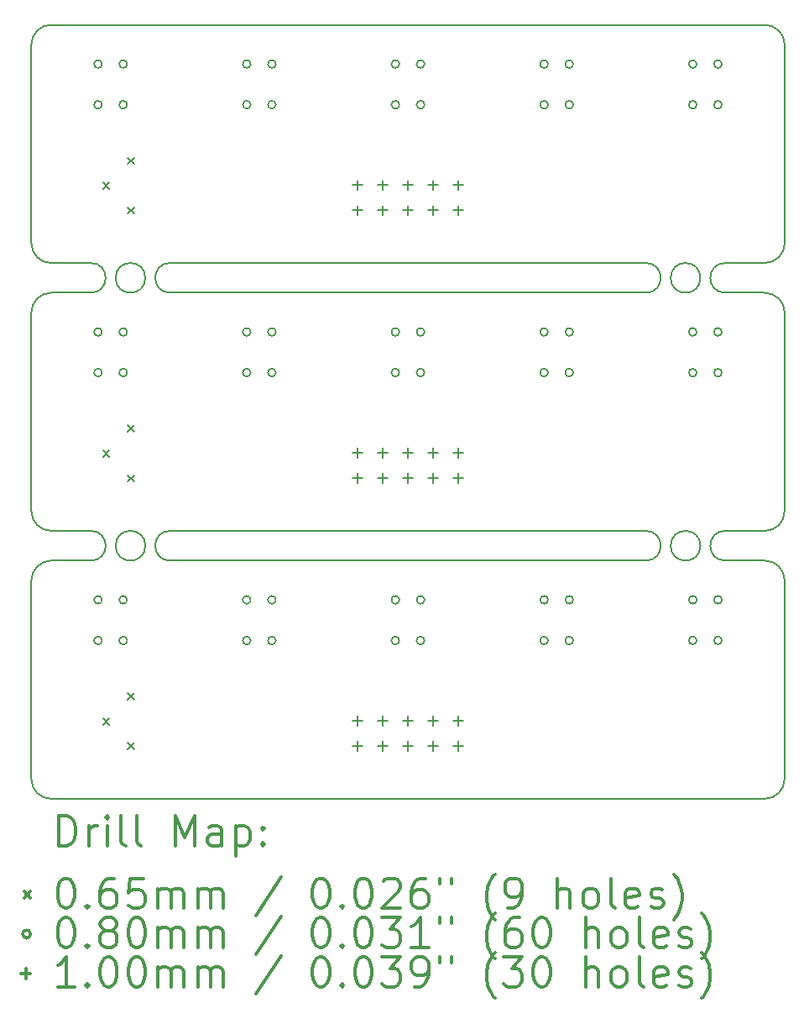
<source format=gbr>
%FSLAX45Y45*%
G04 Gerber Fmt 4.5, Leading zero omitted, Abs format (unit mm)*
G04 Created by KiCad (PCBNEW (5.0.2)-1) date 2019/08/20 1:56:54*
%MOMM*%
%LPD*%
G01*
G04 APERTURE LIST*
%ADD10C,0.150000*%
%ADD11C,0.200000*%
%ADD12C,0.300000*%
G04 APERTURE END LIST*
D10*
X12400000Y-11100000D02*
X17200000Y-11100000D01*
X12400000Y-11400000D02*
X17200000Y-11400000D01*
X18000000Y-11400000D02*
X18400000Y-11400000D01*
X18000000Y-11100000D02*
X18400000Y-11100000D01*
X17200000Y-11100000D02*
G75*
G02X17200000Y-11400000I0J-150000D01*
G01*
X18000000Y-11400000D02*
G75*
G02X18000000Y-11100000I0J150000D01*
G01*
X17750000Y-11250000D02*
G75*
G03X17750000Y-11250000I-150000J0D01*
G01*
X12400000Y-11400000D02*
G75*
G02X12400000Y-11100000I0J150000D01*
G01*
X12150000Y-11250000D02*
G75*
G03X12150000Y-11250000I-150000J0D01*
G01*
X11600000Y-11100000D02*
G75*
G02X11600000Y-11400000I0J-150000D01*
G01*
X12400000Y-8700000D02*
X17200000Y-8700000D01*
X12400000Y-8400000D02*
X17200000Y-8400000D01*
X12400000Y-8700000D02*
G75*
G02X12400000Y-8400000I0J150000D01*
G01*
X11600000Y-8400000D02*
G75*
G02X11600000Y-8700000I0J-150000D01*
G01*
X12150000Y-8550000D02*
G75*
G03X12150000Y-8550000I-150000J0D01*
G01*
X18000000Y-8700000D02*
X18400000Y-8700000D01*
X18000000Y-8400000D02*
X18400000Y-8400000D01*
X17200000Y-8400000D02*
G75*
G02X17200000Y-8700000I0J-150000D01*
G01*
X17750000Y-8550000D02*
G75*
G03X17750000Y-8550000I-150000J0D01*
G01*
X18000000Y-8700000D02*
G75*
G02X18000000Y-8400000I0J150000D01*
G01*
X11000000Y-11600000D02*
X11000000Y-13600000D01*
X11000000Y-8900000D02*
X11000000Y-10900000D01*
X18600000Y-11600000D02*
X18600000Y-13600000D01*
X18600000Y-8900000D02*
X18600000Y-10900000D01*
X11200000Y-11400000D02*
X11600000Y-11400000D01*
X11200000Y-8700000D02*
X11600000Y-8700000D01*
X11200000Y-13800000D02*
X18400000Y-13800000D01*
X11200000Y-11100000D02*
X11600000Y-11100000D01*
X18400000Y-11400000D02*
G75*
G02X18600000Y-11600000I0J-200000D01*
G01*
X18400000Y-8700000D02*
G75*
G02X18600000Y-8900000I0J-200000D01*
G01*
X11000000Y-11600000D02*
G75*
G02X11200000Y-11400000I200000J0D01*
G01*
X11000000Y-8900000D02*
G75*
G02X11200000Y-8700000I200000J0D01*
G01*
X11200000Y-13800000D02*
G75*
G02X11000000Y-13600000I0J200000D01*
G01*
X11200000Y-11100000D02*
G75*
G02X11000000Y-10900000I0J200000D01*
G01*
X18600000Y-13600000D02*
G75*
G02X18400000Y-13800000I-200000J0D01*
G01*
X18600000Y-10900000D02*
G75*
G02X18400000Y-11100000I-200000J0D01*
G01*
X18600000Y-8200000D02*
G75*
G02X18400000Y-8400000I-200000J0D01*
G01*
X11200000Y-8400000D02*
G75*
G02X11000000Y-8200000I0J200000D01*
G01*
X11000000Y-6200000D02*
G75*
G02X11200000Y-6000000I200000J0D01*
G01*
X18400000Y-6000000D02*
G75*
G02X18600000Y-6200000I0J-200000D01*
G01*
X18600000Y-6200000D02*
X18600000Y-8200000D01*
X11000000Y-6200000D02*
X11000000Y-8200000D01*
X11200000Y-6000000D02*
X18400000Y-6000000D01*
X11200000Y-8400000D02*
X11600000Y-8400000D01*
D11*
X11723500Y-7587500D02*
X11788500Y-7652500D01*
X11788500Y-7587500D02*
X11723500Y-7652500D01*
X11973500Y-7337500D02*
X12038500Y-7402500D01*
X12038500Y-7337500D02*
X11973500Y-7402500D01*
X11973500Y-7837500D02*
X12038500Y-7902500D01*
X12038500Y-7837500D02*
X11973500Y-7902500D01*
X11723500Y-12987500D02*
X11788500Y-13052500D01*
X11788500Y-12987500D02*
X11723500Y-13052500D01*
X11973500Y-12737500D02*
X12038500Y-12802500D01*
X12038500Y-12737500D02*
X11973500Y-12802500D01*
X11973500Y-13237500D02*
X12038500Y-13302500D01*
X12038500Y-13237500D02*
X11973500Y-13302500D01*
X11723500Y-10287500D02*
X11788500Y-10352500D01*
X11788500Y-10287500D02*
X11723500Y-10352500D01*
X11973500Y-10037500D02*
X12038500Y-10102500D01*
X12038500Y-10037500D02*
X11973500Y-10102500D01*
X11973500Y-10537500D02*
X12038500Y-10602500D01*
X12038500Y-10537500D02*
X11973500Y-10602500D01*
X13213000Y-6395000D02*
G75*
G03X13213000Y-6395000I-40000J0D01*
G01*
X13213000Y-6805000D02*
G75*
G03X13213000Y-6805000I-40000J0D01*
G01*
X13467000Y-6395000D02*
G75*
G03X13467000Y-6395000I-40000J0D01*
G01*
X13467000Y-6805000D02*
G75*
G03X13467000Y-6805000I-40000J0D01*
G01*
X17713000Y-9095000D02*
G75*
G03X17713000Y-9095000I-40000J0D01*
G01*
X17713000Y-9505000D02*
G75*
G03X17713000Y-9505000I-40000J0D01*
G01*
X17967000Y-9095000D02*
G75*
G03X17967000Y-9095000I-40000J0D01*
G01*
X17967000Y-9505000D02*
G75*
G03X17967000Y-9505000I-40000J0D01*
G01*
X11713000Y-9095000D02*
G75*
G03X11713000Y-9095000I-40000J0D01*
G01*
X11713000Y-9505000D02*
G75*
G03X11713000Y-9505000I-40000J0D01*
G01*
X11967000Y-9095000D02*
G75*
G03X11967000Y-9095000I-40000J0D01*
G01*
X11967000Y-9505000D02*
G75*
G03X11967000Y-9505000I-40000J0D01*
G01*
X14713000Y-9095000D02*
G75*
G03X14713000Y-9095000I-40000J0D01*
G01*
X14713000Y-9505000D02*
G75*
G03X14713000Y-9505000I-40000J0D01*
G01*
X14967000Y-9095000D02*
G75*
G03X14967000Y-9095000I-40000J0D01*
G01*
X14967000Y-9505000D02*
G75*
G03X14967000Y-9505000I-40000J0D01*
G01*
X13213000Y-9095000D02*
G75*
G03X13213000Y-9095000I-40000J0D01*
G01*
X13213000Y-9505000D02*
G75*
G03X13213000Y-9505000I-40000J0D01*
G01*
X13467000Y-9095000D02*
G75*
G03X13467000Y-9095000I-40000J0D01*
G01*
X13467000Y-9505000D02*
G75*
G03X13467000Y-9505000I-40000J0D01*
G01*
X11713000Y-6395000D02*
G75*
G03X11713000Y-6395000I-40000J0D01*
G01*
X11713000Y-6805000D02*
G75*
G03X11713000Y-6805000I-40000J0D01*
G01*
X11967000Y-6395000D02*
G75*
G03X11967000Y-6395000I-40000J0D01*
G01*
X11967000Y-6805000D02*
G75*
G03X11967000Y-6805000I-40000J0D01*
G01*
X14713000Y-11795000D02*
G75*
G03X14713000Y-11795000I-40000J0D01*
G01*
X14713000Y-12205000D02*
G75*
G03X14713000Y-12205000I-40000J0D01*
G01*
X14967000Y-11795000D02*
G75*
G03X14967000Y-11795000I-40000J0D01*
G01*
X14967000Y-12205000D02*
G75*
G03X14967000Y-12205000I-40000J0D01*
G01*
X11713000Y-11795000D02*
G75*
G03X11713000Y-11795000I-40000J0D01*
G01*
X11713000Y-12205000D02*
G75*
G03X11713000Y-12205000I-40000J0D01*
G01*
X11967000Y-11795000D02*
G75*
G03X11967000Y-11795000I-40000J0D01*
G01*
X11967000Y-12205000D02*
G75*
G03X11967000Y-12205000I-40000J0D01*
G01*
X16213000Y-11795000D02*
G75*
G03X16213000Y-11795000I-40000J0D01*
G01*
X16213000Y-12205000D02*
G75*
G03X16213000Y-12205000I-40000J0D01*
G01*
X16467000Y-11795000D02*
G75*
G03X16467000Y-11795000I-40000J0D01*
G01*
X16467000Y-12205000D02*
G75*
G03X16467000Y-12205000I-40000J0D01*
G01*
X17713000Y-11795000D02*
G75*
G03X17713000Y-11795000I-40000J0D01*
G01*
X17713000Y-12205000D02*
G75*
G03X17713000Y-12205000I-40000J0D01*
G01*
X17967000Y-11795000D02*
G75*
G03X17967000Y-11795000I-40000J0D01*
G01*
X17967000Y-12205000D02*
G75*
G03X17967000Y-12205000I-40000J0D01*
G01*
X14713000Y-6395000D02*
G75*
G03X14713000Y-6395000I-40000J0D01*
G01*
X14713000Y-6805000D02*
G75*
G03X14713000Y-6805000I-40000J0D01*
G01*
X14967000Y-6395000D02*
G75*
G03X14967000Y-6395000I-40000J0D01*
G01*
X14967000Y-6805000D02*
G75*
G03X14967000Y-6805000I-40000J0D01*
G01*
X16213000Y-9095000D02*
G75*
G03X16213000Y-9095000I-40000J0D01*
G01*
X16213000Y-9505000D02*
G75*
G03X16213000Y-9505000I-40000J0D01*
G01*
X16467000Y-9095000D02*
G75*
G03X16467000Y-9095000I-40000J0D01*
G01*
X16467000Y-9505000D02*
G75*
G03X16467000Y-9505000I-40000J0D01*
G01*
X16213000Y-6395000D02*
G75*
G03X16213000Y-6395000I-40000J0D01*
G01*
X16213000Y-6805000D02*
G75*
G03X16213000Y-6805000I-40000J0D01*
G01*
X16467000Y-6395000D02*
G75*
G03X16467000Y-6395000I-40000J0D01*
G01*
X16467000Y-6805000D02*
G75*
G03X16467000Y-6805000I-40000J0D01*
G01*
X17713000Y-6395000D02*
G75*
G03X17713000Y-6395000I-40000J0D01*
G01*
X17713000Y-6805000D02*
G75*
G03X17713000Y-6805000I-40000J0D01*
G01*
X17967000Y-6395000D02*
G75*
G03X17967000Y-6395000I-40000J0D01*
G01*
X17967000Y-6805000D02*
G75*
G03X17967000Y-6805000I-40000J0D01*
G01*
X13213000Y-11795000D02*
G75*
G03X13213000Y-11795000I-40000J0D01*
G01*
X13213000Y-12205000D02*
G75*
G03X13213000Y-12205000I-40000J0D01*
G01*
X13467000Y-11795000D02*
G75*
G03X13467000Y-11795000I-40000J0D01*
G01*
X13467000Y-12205000D02*
G75*
G03X13467000Y-12205000I-40000J0D01*
G01*
X14292000Y-12966000D02*
X14292000Y-13066000D01*
X14242000Y-13016000D02*
X14342000Y-13016000D01*
X14292000Y-13220000D02*
X14292000Y-13320000D01*
X14242000Y-13270000D02*
X14342000Y-13270000D01*
X14546000Y-12966000D02*
X14546000Y-13066000D01*
X14496000Y-13016000D02*
X14596000Y-13016000D01*
X14546000Y-13220000D02*
X14546000Y-13320000D01*
X14496000Y-13270000D02*
X14596000Y-13270000D01*
X14800000Y-12966000D02*
X14800000Y-13066000D01*
X14750000Y-13016000D02*
X14850000Y-13016000D01*
X14800000Y-13220000D02*
X14800000Y-13320000D01*
X14750000Y-13270000D02*
X14850000Y-13270000D01*
X15054000Y-12966000D02*
X15054000Y-13066000D01*
X15004000Y-13016000D02*
X15104000Y-13016000D01*
X15054000Y-13220000D02*
X15054000Y-13320000D01*
X15004000Y-13270000D02*
X15104000Y-13270000D01*
X15308000Y-12966000D02*
X15308000Y-13066000D01*
X15258000Y-13016000D02*
X15358000Y-13016000D01*
X15308000Y-13220000D02*
X15308000Y-13320000D01*
X15258000Y-13270000D02*
X15358000Y-13270000D01*
X14292000Y-10266000D02*
X14292000Y-10366000D01*
X14242000Y-10316000D02*
X14342000Y-10316000D01*
X14292000Y-10520000D02*
X14292000Y-10620000D01*
X14242000Y-10570000D02*
X14342000Y-10570000D01*
X14546000Y-10266000D02*
X14546000Y-10366000D01*
X14496000Y-10316000D02*
X14596000Y-10316000D01*
X14546000Y-10520000D02*
X14546000Y-10620000D01*
X14496000Y-10570000D02*
X14596000Y-10570000D01*
X14800000Y-10266000D02*
X14800000Y-10366000D01*
X14750000Y-10316000D02*
X14850000Y-10316000D01*
X14800000Y-10520000D02*
X14800000Y-10620000D01*
X14750000Y-10570000D02*
X14850000Y-10570000D01*
X15054000Y-10266000D02*
X15054000Y-10366000D01*
X15004000Y-10316000D02*
X15104000Y-10316000D01*
X15054000Y-10520000D02*
X15054000Y-10620000D01*
X15004000Y-10570000D02*
X15104000Y-10570000D01*
X15308000Y-10266000D02*
X15308000Y-10366000D01*
X15258000Y-10316000D02*
X15358000Y-10316000D01*
X15308000Y-10520000D02*
X15308000Y-10620000D01*
X15258000Y-10570000D02*
X15358000Y-10570000D01*
X14292000Y-7566000D02*
X14292000Y-7666000D01*
X14242000Y-7616000D02*
X14342000Y-7616000D01*
X14292000Y-7820000D02*
X14292000Y-7920000D01*
X14242000Y-7870000D02*
X14342000Y-7870000D01*
X14546000Y-7566000D02*
X14546000Y-7666000D01*
X14496000Y-7616000D02*
X14596000Y-7616000D01*
X14546000Y-7820000D02*
X14546000Y-7920000D01*
X14496000Y-7870000D02*
X14596000Y-7870000D01*
X14800000Y-7566000D02*
X14800000Y-7666000D01*
X14750000Y-7616000D02*
X14850000Y-7616000D01*
X14800000Y-7820000D02*
X14800000Y-7920000D01*
X14750000Y-7870000D02*
X14850000Y-7870000D01*
X15054000Y-7566000D02*
X15054000Y-7666000D01*
X15004000Y-7616000D02*
X15104000Y-7616000D01*
X15054000Y-7820000D02*
X15054000Y-7920000D01*
X15004000Y-7870000D02*
X15104000Y-7870000D01*
X15308000Y-7566000D02*
X15308000Y-7666000D01*
X15258000Y-7616000D02*
X15358000Y-7616000D01*
X15308000Y-7820000D02*
X15308000Y-7920000D01*
X15258000Y-7870000D02*
X15358000Y-7870000D01*
D12*
X11278928Y-14273214D02*
X11278928Y-13973214D01*
X11350357Y-13973214D01*
X11393214Y-13987500D01*
X11421786Y-14016071D01*
X11436071Y-14044643D01*
X11450357Y-14101786D01*
X11450357Y-14144643D01*
X11436071Y-14201786D01*
X11421786Y-14230357D01*
X11393214Y-14258929D01*
X11350357Y-14273214D01*
X11278928Y-14273214D01*
X11578928Y-14273214D02*
X11578928Y-14073214D01*
X11578928Y-14130357D02*
X11593214Y-14101786D01*
X11607500Y-14087500D01*
X11636071Y-14073214D01*
X11664643Y-14073214D01*
X11764643Y-14273214D02*
X11764643Y-14073214D01*
X11764643Y-13973214D02*
X11750357Y-13987500D01*
X11764643Y-14001786D01*
X11778928Y-13987500D01*
X11764643Y-13973214D01*
X11764643Y-14001786D01*
X11950357Y-14273214D02*
X11921786Y-14258929D01*
X11907500Y-14230357D01*
X11907500Y-13973214D01*
X12107500Y-14273214D02*
X12078928Y-14258929D01*
X12064643Y-14230357D01*
X12064643Y-13973214D01*
X12450357Y-14273214D02*
X12450357Y-13973214D01*
X12550357Y-14187500D01*
X12650357Y-13973214D01*
X12650357Y-14273214D01*
X12921786Y-14273214D02*
X12921786Y-14116071D01*
X12907500Y-14087500D01*
X12878928Y-14073214D01*
X12821786Y-14073214D01*
X12793214Y-14087500D01*
X12921786Y-14258929D02*
X12893214Y-14273214D01*
X12821786Y-14273214D01*
X12793214Y-14258929D01*
X12778928Y-14230357D01*
X12778928Y-14201786D01*
X12793214Y-14173214D01*
X12821786Y-14158929D01*
X12893214Y-14158929D01*
X12921786Y-14144643D01*
X13064643Y-14073214D02*
X13064643Y-14373214D01*
X13064643Y-14087500D02*
X13093214Y-14073214D01*
X13150357Y-14073214D01*
X13178928Y-14087500D01*
X13193214Y-14101786D01*
X13207500Y-14130357D01*
X13207500Y-14216071D01*
X13193214Y-14244643D01*
X13178928Y-14258929D01*
X13150357Y-14273214D01*
X13093214Y-14273214D01*
X13064643Y-14258929D01*
X13336071Y-14244643D02*
X13350357Y-14258929D01*
X13336071Y-14273214D01*
X13321786Y-14258929D01*
X13336071Y-14244643D01*
X13336071Y-14273214D01*
X13336071Y-14087500D02*
X13350357Y-14101786D01*
X13336071Y-14116071D01*
X13321786Y-14101786D01*
X13336071Y-14087500D01*
X13336071Y-14116071D01*
X10927500Y-14735000D02*
X10992500Y-14800000D01*
X10992500Y-14735000D02*
X10927500Y-14800000D01*
X11336071Y-14603214D02*
X11364643Y-14603214D01*
X11393214Y-14617500D01*
X11407500Y-14631786D01*
X11421786Y-14660357D01*
X11436071Y-14717500D01*
X11436071Y-14788929D01*
X11421786Y-14846071D01*
X11407500Y-14874643D01*
X11393214Y-14888929D01*
X11364643Y-14903214D01*
X11336071Y-14903214D01*
X11307500Y-14888929D01*
X11293214Y-14874643D01*
X11278928Y-14846071D01*
X11264643Y-14788929D01*
X11264643Y-14717500D01*
X11278928Y-14660357D01*
X11293214Y-14631786D01*
X11307500Y-14617500D01*
X11336071Y-14603214D01*
X11564643Y-14874643D02*
X11578928Y-14888929D01*
X11564643Y-14903214D01*
X11550357Y-14888929D01*
X11564643Y-14874643D01*
X11564643Y-14903214D01*
X11836071Y-14603214D02*
X11778928Y-14603214D01*
X11750357Y-14617500D01*
X11736071Y-14631786D01*
X11707500Y-14674643D01*
X11693214Y-14731786D01*
X11693214Y-14846071D01*
X11707500Y-14874643D01*
X11721786Y-14888929D01*
X11750357Y-14903214D01*
X11807500Y-14903214D01*
X11836071Y-14888929D01*
X11850357Y-14874643D01*
X11864643Y-14846071D01*
X11864643Y-14774643D01*
X11850357Y-14746071D01*
X11836071Y-14731786D01*
X11807500Y-14717500D01*
X11750357Y-14717500D01*
X11721786Y-14731786D01*
X11707500Y-14746071D01*
X11693214Y-14774643D01*
X12136071Y-14603214D02*
X11993214Y-14603214D01*
X11978928Y-14746071D01*
X11993214Y-14731786D01*
X12021786Y-14717500D01*
X12093214Y-14717500D01*
X12121786Y-14731786D01*
X12136071Y-14746071D01*
X12150357Y-14774643D01*
X12150357Y-14846071D01*
X12136071Y-14874643D01*
X12121786Y-14888929D01*
X12093214Y-14903214D01*
X12021786Y-14903214D01*
X11993214Y-14888929D01*
X11978928Y-14874643D01*
X12278928Y-14903214D02*
X12278928Y-14703214D01*
X12278928Y-14731786D02*
X12293214Y-14717500D01*
X12321786Y-14703214D01*
X12364643Y-14703214D01*
X12393214Y-14717500D01*
X12407500Y-14746071D01*
X12407500Y-14903214D01*
X12407500Y-14746071D02*
X12421786Y-14717500D01*
X12450357Y-14703214D01*
X12493214Y-14703214D01*
X12521786Y-14717500D01*
X12536071Y-14746071D01*
X12536071Y-14903214D01*
X12678928Y-14903214D02*
X12678928Y-14703214D01*
X12678928Y-14731786D02*
X12693214Y-14717500D01*
X12721786Y-14703214D01*
X12764643Y-14703214D01*
X12793214Y-14717500D01*
X12807500Y-14746071D01*
X12807500Y-14903214D01*
X12807500Y-14746071D02*
X12821786Y-14717500D01*
X12850357Y-14703214D01*
X12893214Y-14703214D01*
X12921786Y-14717500D01*
X12936071Y-14746071D01*
X12936071Y-14903214D01*
X13521786Y-14588929D02*
X13264643Y-14974643D01*
X13907500Y-14603214D02*
X13936071Y-14603214D01*
X13964643Y-14617500D01*
X13978928Y-14631786D01*
X13993214Y-14660357D01*
X14007500Y-14717500D01*
X14007500Y-14788929D01*
X13993214Y-14846071D01*
X13978928Y-14874643D01*
X13964643Y-14888929D01*
X13936071Y-14903214D01*
X13907500Y-14903214D01*
X13878928Y-14888929D01*
X13864643Y-14874643D01*
X13850357Y-14846071D01*
X13836071Y-14788929D01*
X13836071Y-14717500D01*
X13850357Y-14660357D01*
X13864643Y-14631786D01*
X13878928Y-14617500D01*
X13907500Y-14603214D01*
X14136071Y-14874643D02*
X14150357Y-14888929D01*
X14136071Y-14903214D01*
X14121786Y-14888929D01*
X14136071Y-14874643D01*
X14136071Y-14903214D01*
X14336071Y-14603214D02*
X14364643Y-14603214D01*
X14393214Y-14617500D01*
X14407500Y-14631786D01*
X14421786Y-14660357D01*
X14436071Y-14717500D01*
X14436071Y-14788929D01*
X14421786Y-14846071D01*
X14407500Y-14874643D01*
X14393214Y-14888929D01*
X14364643Y-14903214D01*
X14336071Y-14903214D01*
X14307500Y-14888929D01*
X14293214Y-14874643D01*
X14278928Y-14846071D01*
X14264643Y-14788929D01*
X14264643Y-14717500D01*
X14278928Y-14660357D01*
X14293214Y-14631786D01*
X14307500Y-14617500D01*
X14336071Y-14603214D01*
X14550357Y-14631786D02*
X14564643Y-14617500D01*
X14593214Y-14603214D01*
X14664643Y-14603214D01*
X14693214Y-14617500D01*
X14707500Y-14631786D01*
X14721786Y-14660357D01*
X14721786Y-14688929D01*
X14707500Y-14731786D01*
X14536071Y-14903214D01*
X14721786Y-14903214D01*
X14978928Y-14603214D02*
X14921786Y-14603214D01*
X14893214Y-14617500D01*
X14878928Y-14631786D01*
X14850357Y-14674643D01*
X14836071Y-14731786D01*
X14836071Y-14846071D01*
X14850357Y-14874643D01*
X14864643Y-14888929D01*
X14893214Y-14903214D01*
X14950357Y-14903214D01*
X14978928Y-14888929D01*
X14993214Y-14874643D01*
X15007500Y-14846071D01*
X15007500Y-14774643D01*
X14993214Y-14746071D01*
X14978928Y-14731786D01*
X14950357Y-14717500D01*
X14893214Y-14717500D01*
X14864643Y-14731786D01*
X14850357Y-14746071D01*
X14836071Y-14774643D01*
X15121786Y-14603214D02*
X15121786Y-14660357D01*
X15236071Y-14603214D02*
X15236071Y-14660357D01*
X15678928Y-15017500D02*
X15664643Y-15003214D01*
X15636071Y-14960357D01*
X15621786Y-14931786D01*
X15607500Y-14888929D01*
X15593214Y-14817500D01*
X15593214Y-14760357D01*
X15607500Y-14688929D01*
X15621786Y-14646071D01*
X15636071Y-14617500D01*
X15664643Y-14574643D01*
X15678928Y-14560357D01*
X15807500Y-14903214D02*
X15864643Y-14903214D01*
X15893214Y-14888929D01*
X15907500Y-14874643D01*
X15936071Y-14831786D01*
X15950357Y-14774643D01*
X15950357Y-14660357D01*
X15936071Y-14631786D01*
X15921786Y-14617500D01*
X15893214Y-14603214D01*
X15836071Y-14603214D01*
X15807500Y-14617500D01*
X15793214Y-14631786D01*
X15778928Y-14660357D01*
X15778928Y-14731786D01*
X15793214Y-14760357D01*
X15807500Y-14774643D01*
X15836071Y-14788929D01*
X15893214Y-14788929D01*
X15921786Y-14774643D01*
X15936071Y-14760357D01*
X15950357Y-14731786D01*
X16307500Y-14903214D02*
X16307500Y-14603214D01*
X16436071Y-14903214D02*
X16436071Y-14746071D01*
X16421786Y-14717500D01*
X16393214Y-14703214D01*
X16350357Y-14703214D01*
X16321786Y-14717500D01*
X16307500Y-14731786D01*
X16621786Y-14903214D02*
X16593214Y-14888929D01*
X16578928Y-14874643D01*
X16564643Y-14846071D01*
X16564643Y-14760357D01*
X16578928Y-14731786D01*
X16593214Y-14717500D01*
X16621786Y-14703214D01*
X16664643Y-14703214D01*
X16693214Y-14717500D01*
X16707500Y-14731786D01*
X16721786Y-14760357D01*
X16721786Y-14846071D01*
X16707500Y-14874643D01*
X16693214Y-14888929D01*
X16664643Y-14903214D01*
X16621786Y-14903214D01*
X16893214Y-14903214D02*
X16864643Y-14888929D01*
X16850357Y-14860357D01*
X16850357Y-14603214D01*
X17121786Y-14888929D02*
X17093214Y-14903214D01*
X17036071Y-14903214D01*
X17007500Y-14888929D01*
X16993214Y-14860357D01*
X16993214Y-14746071D01*
X17007500Y-14717500D01*
X17036071Y-14703214D01*
X17093214Y-14703214D01*
X17121786Y-14717500D01*
X17136071Y-14746071D01*
X17136071Y-14774643D01*
X16993214Y-14803214D01*
X17250357Y-14888929D02*
X17278928Y-14903214D01*
X17336071Y-14903214D01*
X17364643Y-14888929D01*
X17378928Y-14860357D01*
X17378928Y-14846071D01*
X17364643Y-14817500D01*
X17336071Y-14803214D01*
X17293214Y-14803214D01*
X17264643Y-14788929D01*
X17250357Y-14760357D01*
X17250357Y-14746071D01*
X17264643Y-14717500D01*
X17293214Y-14703214D01*
X17336071Y-14703214D01*
X17364643Y-14717500D01*
X17478928Y-15017500D02*
X17493214Y-15003214D01*
X17521786Y-14960357D01*
X17536071Y-14931786D01*
X17550357Y-14888929D01*
X17564643Y-14817500D01*
X17564643Y-14760357D01*
X17550357Y-14688929D01*
X17536071Y-14646071D01*
X17521786Y-14617500D01*
X17493214Y-14574643D01*
X17478928Y-14560357D01*
X10992500Y-15163500D02*
G75*
G03X10992500Y-15163500I-40000J0D01*
G01*
X11336071Y-14999214D02*
X11364643Y-14999214D01*
X11393214Y-15013500D01*
X11407500Y-15027786D01*
X11421786Y-15056357D01*
X11436071Y-15113500D01*
X11436071Y-15184929D01*
X11421786Y-15242071D01*
X11407500Y-15270643D01*
X11393214Y-15284929D01*
X11364643Y-15299214D01*
X11336071Y-15299214D01*
X11307500Y-15284929D01*
X11293214Y-15270643D01*
X11278928Y-15242071D01*
X11264643Y-15184929D01*
X11264643Y-15113500D01*
X11278928Y-15056357D01*
X11293214Y-15027786D01*
X11307500Y-15013500D01*
X11336071Y-14999214D01*
X11564643Y-15270643D02*
X11578928Y-15284929D01*
X11564643Y-15299214D01*
X11550357Y-15284929D01*
X11564643Y-15270643D01*
X11564643Y-15299214D01*
X11750357Y-15127786D02*
X11721786Y-15113500D01*
X11707500Y-15099214D01*
X11693214Y-15070643D01*
X11693214Y-15056357D01*
X11707500Y-15027786D01*
X11721786Y-15013500D01*
X11750357Y-14999214D01*
X11807500Y-14999214D01*
X11836071Y-15013500D01*
X11850357Y-15027786D01*
X11864643Y-15056357D01*
X11864643Y-15070643D01*
X11850357Y-15099214D01*
X11836071Y-15113500D01*
X11807500Y-15127786D01*
X11750357Y-15127786D01*
X11721786Y-15142071D01*
X11707500Y-15156357D01*
X11693214Y-15184929D01*
X11693214Y-15242071D01*
X11707500Y-15270643D01*
X11721786Y-15284929D01*
X11750357Y-15299214D01*
X11807500Y-15299214D01*
X11836071Y-15284929D01*
X11850357Y-15270643D01*
X11864643Y-15242071D01*
X11864643Y-15184929D01*
X11850357Y-15156357D01*
X11836071Y-15142071D01*
X11807500Y-15127786D01*
X12050357Y-14999214D02*
X12078928Y-14999214D01*
X12107500Y-15013500D01*
X12121786Y-15027786D01*
X12136071Y-15056357D01*
X12150357Y-15113500D01*
X12150357Y-15184929D01*
X12136071Y-15242071D01*
X12121786Y-15270643D01*
X12107500Y-15284929D01*
X12078928Y-15299214D01*
X12050357Y-15299214D01*
X12021786Y-15284929D01*
X12007500Y-15270643D01*
X11993214Y-15242071D01*
X11978928Y-15184929D01*
X11978928Y-15113500D01*
X11993214Y-15056357D01*
X12007500Y-15027786D01*
X12021786Y-15013500D01*
X12050357Y-14999214D01*
X12278928Y-15299214D02*
X12278928Y-15099214D01*
X12278928Y-15127786D02*
X12293214Y-15113500D01*
X12321786Y-15099214D01*
X12364643Y-15099214D01*
X12393214Y-15113500D01*
X12407500Y-15142071D01*
X12407500Y-15299214D01*
X12407500Y-15142071D02*
X12421786Y-15113500D01*
X12450357Y-15099214D01*
X12493214Y-15099214D01*
X12521786Y-15113500D01*
X12536071Y-15142071D01*
X12536071Y-15299214D01*
X12678928Y-15299214D02*
X12678928Y-15099214D01*
X12678928Y-15127786D02*
X12693214Y-15113500D01*
X12721786Y-15099214D01*
X12764643Y-15099214D01*
X12793214Y-15113500D01*
X12807500Y-15142071D01*
X12807500Y-15299214D01*
X12807500Y-15142071D02*
X12821786Y-15113500D01*
X12850357Y-15099214D01*
X12893214Y-15099214D01*
X12921786Y-15113500D01*
X12936071Y-15142071D01*
X12936071Y-15299214D01*
X13521786Y-14984929D02*
X13264643Y-15370643D01*
X13907500Y-14999214D02*
X13936071Y-14999214D01*
X13964643Y-15013500D01*
X13978928Y-15027786D01*
X13993214Y-15056357D01*
X14007500Y-15113500D01*
X14007500Y-15184929D01*
X13993214Y-15242071D01*
X13978928Y-15270643D01*
X13964643Y-15284929D01*
X13936071Y-15299214D01*
X13907500Y-15299214D01*
X13878928Y-15284929D01*
X13864643Y-15270643D01*
X13850357Y-15242071D01*
X13836071Y-15184929D01*
X13836071Y-15113500D01*
X13850357Y-15056357D01*
X13864643Y-15027786D01*
X13878928Y-15013500D01*
X13907500Y-14999214D01*
X14136071Y-15270643D02*
X14150357Y-15284929D01*
X14136071Y-15299214D01*
X14121786Y-15284929D01*
X14136071Y-15270643D01*
X14136071Y-15299214D01*
X14336071Y-14999214D02*
X14364643Y-14999214D01*
X14393214Y-15013500D01*
X14407500Y-15027786D01*
X14421786Y-15056357D01*
X14436071Y-15113500D01*
X14436071Y-15184929D01*
X14421786Y-15242071D01*
X14407500Y-15270643D01*
X14393214Y-15284929D01*
X14364643Y-15299214D01*
X14336071Y-15299214D01*
X14307500Y-15284929D01*
X14293214Y-15270643D01*
X14278928Y-15242071D01*
X14264643Y-15184929D01*
X14264643Y-15113500D01*
X14278928Y-15056357D01*
X14293214Y-15027786D01*
X14307500Y-15013500D01*
X14336071Y-14999214D01*
X14536071Y-14999214D02*
X14721786Y-14999214D01*
X14621786Y-15113500D01*
X14664643Y-15113500D01*
X14693214Y-15127786D01*
X14707500Y-15142071D01*
X14721786Y-15170643D01*
X14721786Y-15242071D01*
X14707500Y-15270643D01*
X14693214Y-15284929D01*
X14664643Y-15299214D01*
X14578928Y-15299214D01*
X14550357Y-15284929D01*
X14536071Y-15270643D01*
X15007500Y-15299214D02*
X14836071Y-15299214D01*
X14921786Y-15299214D02*
X14921786Y-14999214D01*
X14893214Y-15042071D01*
X14864643Y-15070643D01*
X14836071Y-15084929D01*
X15121786Y-14999214D02*
X15121786Y-15056357D01*
X15236071Y-14999214D02*
X15236071Y-15056357D01*
X15678928Y-15413500D02*
X15664643Y-15399214D01*
X15636071Y-15356357D01*
X15621786Y-15327786D01*
X15607500Y-15284929D01*
X15593214Y-15213500D01*
X15593214Y-15156357D01*
X15607500Y-15084929D01*
X15621786Y-15042071D01*
X15636071Y-15013500D01*
X15664643Y-14970643D01*
X15678928Y-14956357D01*
X15921786Y-14999214D02*
X15864643Y-14999214D01*
X15836071Y-15013500D01*
X15821786Y-15027786D01*
X15793214Y-15070643D01*
X15778928Y-15127786D01*
X15778928Y-15242071D01*
X15793214Y-15270643D01*
X15807500Y-15284929D01*
X15836071Y-15299214D01*
X15893214Y-15299214D01*
X15921786Y-15284929D01*
X15936071Y-15270643D01*
X15950357Y-15242071D01*
X15950357Y-15170643D01*
X15936071Y-15142071D01*
X15921786Y-15127786D01*
X15893214Y-15113500D01*
X15836071Y-15113500D01*
X15807500Y-15127786D01*
X15793214Y-15142071D01*
X15778928Y-15170643D01*
X16136071Y-14999214D02*
X16164643Y-14999214D01*
X16193214Y-15013500D01*
X16207500Y-15027786D01*
X16221786Y-15056357D01*
X16236071Y-15113500D01*
X16236071Y-15184929D01*
X16221786Y-15242071D01*
X16207500Y-15270643D01*
X16193214Y-15284929D01*
X16164643Y-15299214D01*
X16136071Y-15299214D01*
X16107500Y-15284929D01*
X16093214Y-15270643D01*
X16078928Y-15242071D01*
X16064643Y-15184929D01*
X16064643Y-15113500D01*
X16078928Y-15056357D01*
X16093214Y-15027786D01*
X16107500Y-15013500D01*
X16136071Y-14999214D01*
X16593214Y-15299214D02*
X16593214Y-14999214D01*
X16721786Y-15299214D02*
X16721786Y-15142071D01*
X16707500Y-15113500D01*
X16678928Y-15099214D01*
X16636071Y-15099214D01*
X16607500Y-15113500D01*
X16593214Y-15127786D01*
X16907500Y-15299214D02*
X16878928Y-15284929D01*
X16864643Y-15270643D01*
X16850357Y-15242071D01*
X16850357Y-15156357D01*
X16864643Y-15127786D01*
X16878928Y-15113500D01*
X16907500Y-15099214D01*
X16950357Y-15099214D01*
X16978928Y-15113500D01*
X16993214Y-15127786D01*
X17007500Y-15156357D01*
X17007500Y-15242071D01*
X16993214Y-15270643D01*
X16978928Y-15284929D01*
X16950357Y-15299214D01*
X16907500Y-15299214D01*
X17178928Y-15299214D02*
X17150357Y-15284929D01*
X17136071Y-15256357D01*
X17136071Y-14999214D01*
X17407500Y-15284929D02*
X17378928Y-15299214D01*
X17321786Y-15299214D01*
X17293214Y-15284929D01*
X17278928Y-15256357D01*
X17278928Y-15142071D01*
X17293214Y-15113500D01*
X17321786Y-15099214D01*
X17378928Y-15099214D01*
X17407500Y-15113500D01*
X17421786Y-15142071D01*
X17421786Y-15170643D01*
X17278928Y-15199214D01*
X17536071Y-15284929D02*
X17564643Y-15299214D01*
X17621786Y-15299214D01*
X17650357Y-15284929D01*
X17664643Y-15256357D01*
X17664643Y-15242071D01*
X17650357Y-15213500D01*
X17621786Y-15199214D01*
X17578928Y-15199214D01*
X17550357Y-15184929D01*
X17536071Y-15156357D01*
X17536071Y-15142071D01*
X17550357Y-15113500D01*
X17578928Y-15099214D01*
X17621786Y-15099214D01*
X17650357Y-15113500D01*
X17764643Y-15413500D02*
X17778928Y-15399214D01*
X17807500Y-15356357D01*
X17821786Y-15327786D01*
X17836071Y-15284929D01*
X17850357Y-15213500D01*
X17850357Y-15156357D01*
X17836071Y-15084929D01*
X17821786Y-15042071D01*
X17807500Y-15013500D01*
X17778928Y-14970643D01*
X17764643Y-14956357D01*
X10942500Y-15509500D02*
X10942500Y-15609500D01*
X10892500Y-15559500D02*
X10992500Y-15559500D01*
X11436071Y-15695214D02*
X11264643Y-15695214D01*
X11350357Y-15695214D02*
X11350357Y-15395214D01*
X11321786Y-15438071D01*
X11293214Y-15466643D01*
X11264643Y-15480929D01*
X11564643Y-15666643D02*
X11578928Y-15680929D01*
X11564643Y-15695214D01*
X11550357Y-15680929D01*
X11564643Y-15666643D01*
X11564643Y-15695214D01*
X11764643Y-15395214D02*
X11793214Y-15395214D01*
X11821786Y-15409500D01*
X11836071Y-15423786D01*
X11850357Y-15452357D01*
X11864643Y-15509500D01*
X11864643Y-15580929D01*
X11850357Y-15638071D01*
X11836071Y-15666643D01*
X11821786Y-15680929D01*
X11793214Y-15695214D01*
X11764643Y-15695214D01*
X11736071Y-15680929D01*
X11721786Y-15666643D01*
X11707500Y-15638071D01*
X11693214Y-15580929D01*
X11693214Y-15509500D01*
X11707500Y-15452357D01*
X11721786Y-15423786D01*
X11736071Y-15409500D01*
X11764643Y-15395214D01*
X12050357Y-15395214D02*
X12078928Y-15395214D01*
X12107500Y-15409500D01*
X12121786Y-15423786D01*
X12136071Y-15452357D01*
X12150357Y-15509500D01*
X12150357Y-15580929D01*
X12136071Y-15638071D01*
X12121786Y-15666643D01*
X12107500Y-15680929D01*
X12078928Y-15695214D01*
X12050357Y-15695214D01*
X12021786Y-15680929D01*
X12007500Y-15666643D01*
X11993214Y-15638071D01*
X11978928Y-15580929D01*
X11978928Y-15509500D01*
X11993214Y-15452357D01*
X12007500Y-15423786D01*
X12021786Y-15409500D01*
X12050357Y-15395214D01*
X12278928Y-15695214D02*
X12278928Y-15495214D01*
X12278928Y-15523786D02*
X12293214Y-15509500D01*
X12321786Y-15495214D01*
X12364643Y-15495214D01*
X12393214Y-15509500D01*
X12407500Y-15538071D01*
X12407500Y-15695214D01*
X12407500Y-15538071D02*
X12421786Y-15509500D01*
X12450357Y-15495214D01*
X12493214Y-15495214D01*
X12521786Y-15509500D01*
X12536071Y-15538071D01*
X12536071Y-15695214D01*
X12678928Y-15695214D02*
X12678928Y-15495214D01*
X12678928Y-15523786D02*
X12693214Y-15509500D01*
X12721786Y-15495214D01*
X12764643Y-15495214D01*
X12793214Y-15509500D01*
X12807500Y-15538071D01*
X12807500Y-15695214D01*
X12807500Y-15538071D02*
X12821786Y-15509500D01*
X12850357Y-15495214D01*
X12893214Y-15495214D01*
X12921786Y-15509500D01*
X12936071Y-15538071D01*
X12936071Y-15695214D01*
X13521786Y-15380929D02*
X13264643Y-15766643D01*
X13907500Y-15395214D02*
X13936071Y-15395214D01*
X13964643Y-15409500D01*
X13978928Y-15423786D01*
X13993214Y-15452357D01*
X14007500Y-15509500D01*
X14007500Y-15580929D01*
X13993214Y-15638071D01*
X13978928Y-15666643D01*
X13964643Y-15680929D01*
X13936071Y-15695214D01*
X13907500Y-15695214D01*
X13878928Y-15680929D01*
X13864643Y-15666643D01*
X13850357Y-15638071D01*
X13836071Y-15580929D01*
X13836071Y-15509500D01*
X13850357Y-15452357D01*
X13864643Y-15423786D01*
X13878928Y-15409500D01*
X13907500Y-15395214D01*
X14136071Y-15666643D02*
X14150357Y-15680929D01*
X14136071Y-15695214D01*
X14121786Y-15680929D01*
X14136071Y-15666643D01*
X14136071Y-15695214D01*
X14336071Y-15395214D02*
X14364643Y-15395214D01*
X14393214Y-15409500D01*
X14407500Y-15423786D01*
X14421786Y-15452357D01*
X14436071Y-15509500D01*
X14436071Y-15580929D01*
X14421786Y-15638071D01*
X14407500Y-15666643D01*
X14393214Y-15680929D01*
X14364643Y-15695214D01*
X14336071Y-15695214D01*
X14307500Y-15680929D01*
X14293214Y-15666643D01*
X14278928Y-15638071D01*
X14264643Y-15580929D01*
X14264643Y-15509500D01*
X14278928Y-15452357D01*
X14293214Y-15423786D01*
X14307500Y-15409500D01*
X14336071Y-15395214D01*
X14536071Y-15395214D02*
X14721786Y-15395214D01*
X14621786Y-15509500D01*
X14664643Y-15509500D01*
X14693214Y-15523786D01*
X14707500Y-15538071D01*
X14721786Y-15566643D01*
X14721786Y-15638071D01*
X14707500Y-15666643D01*
X14693214Y-15680929D01*
X14664643Y-15695214D01*
X14578928Y-15695214D01*
X14550357Y-15680929D01*
X14536071Y-15666643D01*
X14864643Y-15695214D02*
X14921786Y-15695214D01*
X14950357Y-15680929D01*
X14964643Y-15666643D01*
X14993214Y-15623786D01*
X15007500Y-15566643D01*
X15007500Y-15452357D01*
X14993214Y-15423786D01*
X14978928Y-15409500D01*
X14950357Y-15395214D01*
X14893214Y-15395214D01*
X14864643Y-15409500D01*
X14850357Y-15423786D01*
X14836071Y-15452357D01*
X14836071Y-15523786D01*
X14850357Y-15552357D01*
X14864643Y-15566643D01*
X14893214Y-15580929D01*
X14950357Y-15580929D01*
X14978928Y-15566643D01*
X14993214Y-15552357D01*
X15007500Y-15523786D01*
X15121786Y-15395214D02*
X15121786Y-15452357D01*
X15236071Y-15395214D02*
X15236071Y-15452357D01*
X15678928Y-15809500D02*
X15664643Y-15795214D01*
X15636071Y-15752357D01*
X15621786Y-15723786D01*
X15607500Y-15680929D01*
X15593214Y-15609500D01*
X15593214Y-15552357D01*
X15607500Y-15480929D01*
X15621786Y-15438071D01*
X15636071Y-15409500D01*
X15664643Y-15366643D01*
X15678928Y-15352357D01*
X15764643Y-15395214D02*
X15950357Y-15395214D01*
X15850357Y-15509500D01*
X15893214Y-15509500D01*
X15921786Y-15523786D01*
X15936071Y-15538071D01*
X15950357Y-15566643D01*
X15950357Y-15638071D01*
X15936071Y-15666643D01*
X15921786Y-15680929D01*
X15893214Y-15695214D01*
X15807500Y-15695214D01*
X15778928Y-15680929D01*
X15764643Y-15666643D01*
X16136071Y-15395214D02*
X16164643Y-15395214D01*
X16193214Y-15409500D01*
X16207500Y-15423786D01*
X16221786Y-15452357D01*
X16236071Y-15509500D01*
X16236071Y-15580929D01*
X16221786Y-15638071D01*
X16207500Y-15666643D01*
X16193214Y-15680929D01*
X16164643Y-15695214D01*
X16136071Y-15695214D01*
X16107500Y-15680929D01*
X16093214Y-15666643D01*
X16078928Y-15638071D01*
X16064643Y-15580929D01*
X16064643Y-15509500D01*
X16078928Y-15452357D01*
X16093214Y-15423786D01*
X16107500Y-15409500D01*
X16136071Y-15395214D01*
X16593214Y-15695214D02*
X16593214Y-15395214D01*
X16721786Y-15695214D02*
X16721786Y-15538071D01*
X16707500Y-15509500D01*
X16678928Y-15495214D01*
X16636071Y-15495214D01*
X16607500Y-15509500D01*
X16593214Y-15523786D01*
X16907500Y-15695214D02*
X16878928Y-15680929D01*
X16864643Y-15666643D01*
X16850357Y-15638071D01*
X16850357Y-15552357D01*
X16864643Y-15523786D01*
X16878928Y-15509500D01*
X16907500Y-15495214D01*
X16950357Y-15495214D01*
X16978928Y-15509500D01*
X16993214Y-15523786D01*
X17007500Y-15552357D01*
X17007500Y-15638071D01*
X16993214Y-15666643D01*
X16978928Y-15680929D01*
X16950357Y-15695214D01*
X16907500Y-15695214D01*
X17178928Y-15695214D02*
X17150357Y-15680929D01*
X17136071Y-15652357D01*
X17136071Y-15395214D01*
X17407500Y-15680929D02*
X17378928Y-15695214D01*
X17321786Y-15695214D01*
X17293214Y-15680929D01*
X17278928Y-15652357D01*
X17278928Y-15538071D01*
X17293214Y-15509500D01*
X17321786Y-15495214D01*
X17378928Y-15495214D01*
X17407500Y-15509500D01*
X17421786Y-15538071D01*
X17421786Y-15566643D01*
X17278928Y-15595214D01*
X17536071Y-15680929D02*
X17564643Y-15695214D01*
X17621786Y-15695214D01*
X17650357Y-15680929D01*
X17664643Y-15652357D01*
X17664643Y-15638071D01*
X17650357Y-15609500D01*
X17621786Y-15595214D01*
X17578928Y-15595214D01*
X17550357Y-15580929D01*
X17536071Y-15552357D01*
X17536071Y-15538071D01*
X17550357Y-15509500D01*
X17578928Y-15495214D01*
X17621786Y-15495214D01*
X17650357Y-15509500D01*
X17764643Y-15809500D02*
X17778928Y-15795214D01*
X17807500Y-15752357D01*
X17821786Y-15723786D01*
X17836071Y-15680929D01*
X17850357Y-15609500D01*
X17850357Y-15552357D01*
X17836071Y-15480929D01*
X17821786Y-15438071D01*
X17807500Y-15409500D01*
X17778928Y-15366643D01*
X17764643Y-15352357D01*
M02*

</source>
